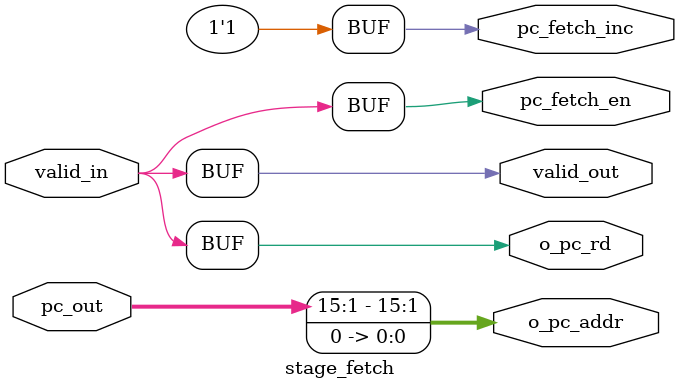
<source format=sv>
module stage_fetch(
    input valid_in,
    input [15:0] pc_out,
    output [15:0]o_pc_addr,
    output o_pc_rd,
    output valid_out,
    output pc_fetch_inc,
    output pc_fetch_en
);
assign valid_out = valid_in;
assign o_pc_rd = valid_in;
assign o_pc_addr[15:1] = pc_out[15:1];
assign o_pc_addr[0] = 0;
assign pc_fetch_en = valid_in;
assign pc_fetch_inc = 1'b1;

endmodule



</source>
